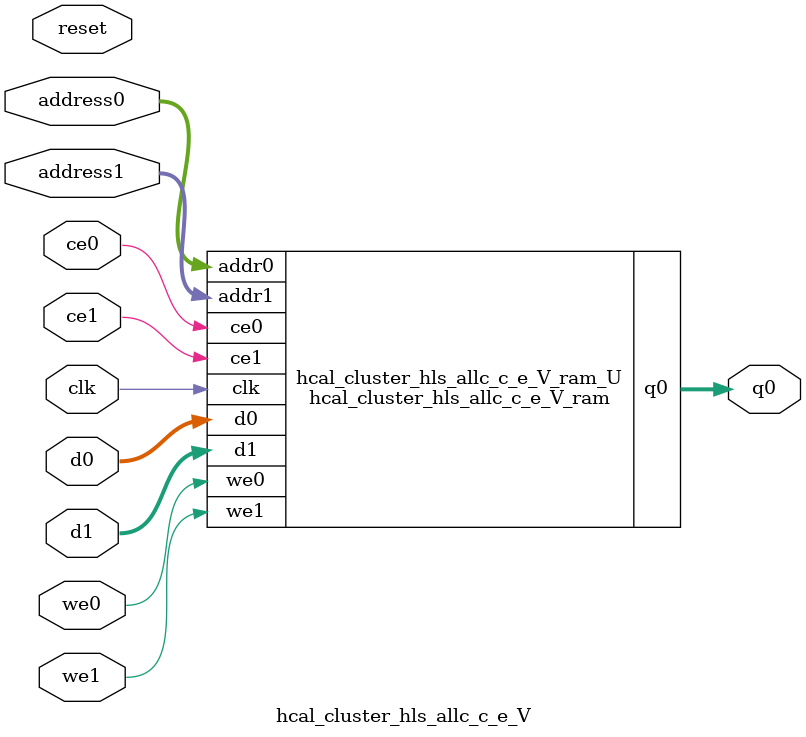
<source format=v>
`timescale 1 ns / 1 ps
module hcal_cluster_hls_allc_c_e_V_ram (addr0, ce0, d0, we0, q0, addr1, ce1, d1, we1,  clk);

parameter DWIDTH = 16;
parameter AWIDTH = 9;
parameter MEM_SIZE = 288;

input[AWIDTH-1:0] addr0;
input ce0;
input[DWIDTH-1:0] d0;
input we0;
output wire[DWIDTH-1:0] q0;
input[AWIDTH-1:0] addr1;
input ce1;
input[DWIDTH-1:0] d1;
input we1;
input clk;

reg [DWIDTH-1:0] ram[0:MEM_SIZE-1];
wire [AWIDTH-1:0] addr0_t0; 
reg [AWIDTH-1:0] addr0_t1; 
wire [DWIDTH-1:0] d0_t0; 
wire we0_t0; 
reg [DWIDTH-1:0] d0_t1; 
reg we0_t1; 
reg [DWIDTH-1:0] q0_t0;
reg [DWIDTH-1:0] q0_t1;
wire [AWIDTH-1:0] addr1_t0; 
reg [AWIDTH-1:0] addr1_t1; 
wire [DWIDTH-1:0] d1_t0; 
wire we1_t0; 
reg [DWIDTH-1:0] d1_t1; 
reg we1_t1; 


assign addr0_t0 = addr0;
assign d0_t0 = d0;
assign we0_t0 = we0;
assign q0 = q0_t1;
assign addr1_t0 = addr1;
assign d1_t0 = d1;
assign we1_t0 = we1;

always @(posedge clk)  
begin
    if (ce0) 
    begin
        addr0_t1 <= addr0_t0; 
        d0_t1 <= d0_t0;
        we0_t1 <= we0_t0;
        q0_t1 <= q0_t0;
    end
    if (ce1) 
    begin
        addr1_t1 <= addr1_t0; 
        d1_t1 <= d1_t0;
        we1_t1 <= we1_t0;
    end
end


always @(posedge clk)  
begin 
    if (ce0) begin
        if (we0_t1) 
            ram[addr0_t1] <= d0_t1; 
        q0_t0 <= ram[addr0_t1];
    end
end


always @(posedge clk)  
begin 
    if (ce1) begin
        if (we1_t1) 
            ram[addr1_t1] <= d1_t1; 
    end
end


endmodule

`timescale 1 ns / 1 ps
module hcal_cluster_hls_allc_c_e_V(
    reset,
    clk,
    address0,
    ce0,
    we0,
    d0,
    q0,
    address1,
    ce1,
    we1,
    d1);

parameter DataWidth = 32'd16;
parameter AddressRange = 32'd288;
parameter AddressWidth = 32'd9;
input reset;
input clk;
input[AddressWidth - 1:0] address0;
input ce0;
input we0;
input[DataWidth - 1:0] d0;
output[DataWidth - 1:0] q0;
input[AddressWidth - 1:0] address1;
input ce1;
input we1;
input[DataWidth - 1:0] d1;



hcal_cluster_hls_allc_c_e_V_ram hcal_cluster_hls_allc_c_e_V_ram_U(
    .clk( clk ),
    .addr0( address0 ),
    .ce0( ce0 ),
    .we0( we0 ),
    .d0( d0 ),
    .q0( q0 ),
    .addr1( address1 ),
    .ce1( ce1 ),
    .we1( we1 ),
    .d1( d1 ));

endmodule


</source>
